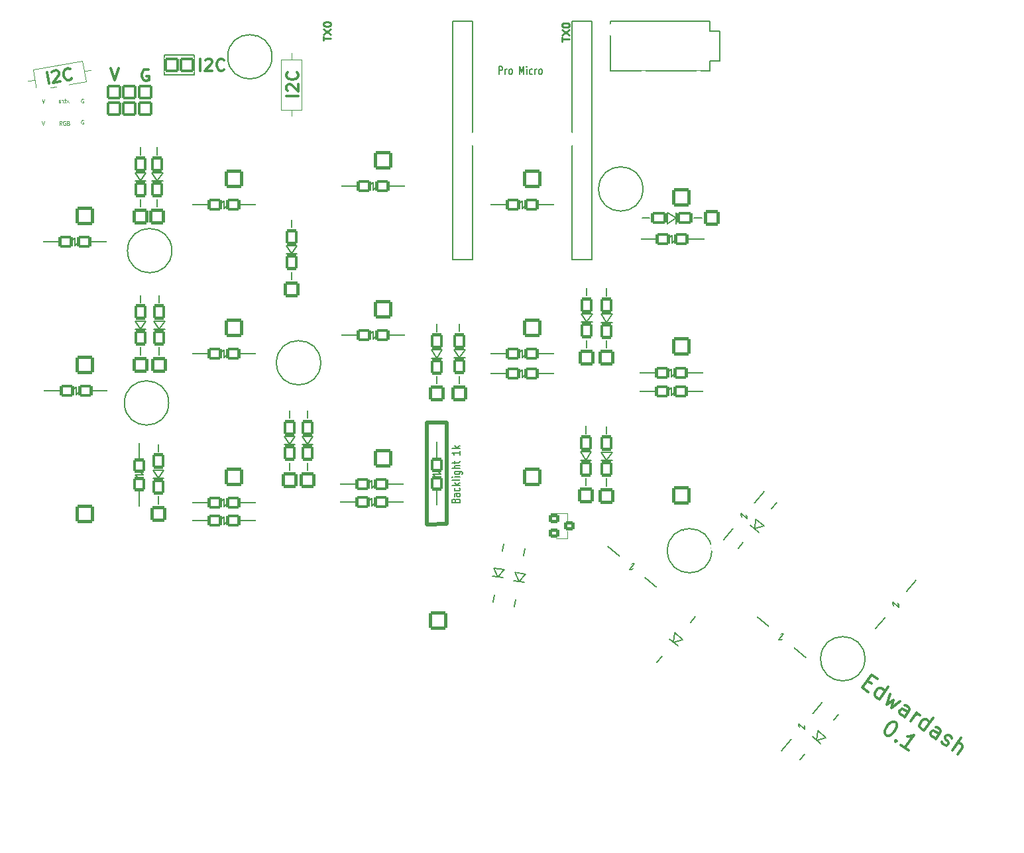
<source format=gto>
G04 #@! TF.GenerationSoftware,KiCad,Pcbnew,(6.0.7)*
G04 #@! TF.CreationDate,2023-08-06T12:32:10+01:00*
G04 #@! TF.ProjectId,ergodash,6572676f-6461-4736-982e-6b696361645f,0.1*
G04 #@! TF.SameCoordinates,Original*
G04 #@! TF.FileFunction,Legend,Top*
G04 #@! TF.FilePolarity,Positive*
%FSLAX46Y46*%
G04 Gerber Fmt 4.6, Leading zero omitted, Abs format (unit mm)*
G04 Created by KiCad (PCBNEW (6.0.7)) date 2023-08-06 12:32:10*
%MOMM*%
%LPD*%
G01*
G04 APERTURE LIST*
G04 Aperture macros list*
%AMRoundRect*
0 Rectangle with rounded corners*
0 $1 Rounding radius*
0 $2 $3 $4 $5 $6 $7 $8 $9 X,Y pos of 4 corners*
0 Add a 4 corners polygon primitive as box body*
4,1,4,$2,$3,$4,$5,$6,$7,$8,$9,$2,$3,0*
0 Add four circle primitives for the rounded corners*
1,1,$1+$1,$2,$3*
1,1,$1+$1,$4,$5*
1,1,$1+$1,$6,$7*
1,1,$1+$1,$8,$9*
0 Add four rect primitives between the rounded corners*
20,1,$1+$1,$2,$3,$4,$5,0*
20,1,$1+$1,$4,$5,$6,$7,0*
20,1,$1+$1,$6,$7,$8,$9,0*
20,1,$1+$1,$8,$9,$2,$3,0*%
%AMHorizOval*
0 Thick line with rounded ends*
0 $1 width*
0 $2 $3 position (X,Y) of the first rounded end (center of the circle)*
0 $4 $5 position (X,Y) of the second rounded end (center of the circle)*
0 Add line between two ends*
20,1,$1,$2,$3,$4,$5,0*
0 Add two circle primitives to create the rounded ends*
1,1,$1,$2,$3*
1,1,$1,$4,$5*%
%AMRotRect*
0 Rectangle, with rotation*
0 The origin of the aperture is its center*
0 $1 length*
0 $2 width*
0 $3 Rotation angle, in degrees counterclockwise*
0 Add horizontal line*
21,1,$1,$2,0,0,$3*%
G04 Aperture macros list end*
%ADD10C,0.500000*%
%ADD11C,0.200000*%
%ADD12C,0.300000*%
%ADD13C,0.125000*%
%ADD14C,0.250000*%
%ADD15C,0.150000*%
%ADD16C,0.120000*%
%ADD17R,1.905000X1.905000*%
%ADD18C,1.905000*%
%ADD19RotRect,1.905000X1.905000X350.000000*%
%ADD20C,1.524000*%
%ADD21C,1.900000*%
%ADD22C,1.700000*%
%ADD23C,4.000000*%
%ADD24HorizOval,2.400000X0.578509X0.689440X-0.578509X-0.689440X0*%
%ADD25O,2.300000X3.337000*%
%ADD26HorizOval,2.400000X0.578509X-0.689440X-0.578509X0.689440X0*%
%ADD27HorizOval,2.400000X0.845723X0.307818X-0.845723X-0.307818X0*%
%ADD28HorizOval,2.300000X-0.259250X-0.449034X0.259250X0.449034X0*%
%ADD29HorizOval,2.400000X0.156283X-0.886327X-0.156283X0.886327X0*%
%ADD30HorizOval,2.400000X0.689440X0.578509X-0.689440X-0.578509X0*%
%ADD31HorizOval,2.300000X-0.090037X-0.510623X0.090037X0.510623X0*%
%ADD32HorizOval,2.400000X0.450000X-0.779423X-0.450000X0.779423X0*%
%ADD33HorizOval,2.300000X-0.297399X-0.424730X0.297399X0.424730X0*%
%ADD34HorizOval,2.400000X0.869333X0.232937X-0.869333X-0.232937X0*%
%ADD35HorizOval,2.400000X0.078440X-0.896575X-0.078440X0.896575X0*%
%ADD36RotRect,1.905000X1.905000X330.000000*%
%ADD37RotRect,1.905000X1.905000X325.000000*%
%ADD38C,1.210000*%
%ADD39O,2.200000X1.300000*%
%ADD40C,2.000000*%
%ADD41HorizOval,2.000000X0.000000X0.000000X0.000000X0.000000X0*%
%ADD42O,2.000000X2.000000*%
%ADD43C,1.924000*%
%ADD44C,2.200000*%
%ADD45C,5.400000*%
%ADD46RoundRect,0.200000X-0.762000X-0.762000X0.762000X-0.762000X0.762000X0.762000X-0.762000X0.762000X0*%
%ADD47RoundRect,0.200000X0.700000X0.600000X-0.700000X0.600000X-0.700000X-0.600000X0.700000X-0.600000X0*%
%ADD48RoundRect,0.200000X-0.700000X-0.600000X0.700000X-0.600000X0.700000X0.600000X-0.700000X0.600000X0*%
%ADD49RoundRect,0.200000X-0.600000X0.700000X-0.600000X-0.700000X0.600000X-0.700000X0.600000X0.700000X0*%
%ADD50RoundRect,0.200000X0.921904X0.009675X-0.150559X0.909578X-0.921904X-0.009675X0.150559X-0.909578X0*%
%ADD51HorizOval,2.000000X0.000000X0.000000X0.000000X0.000000X0*%
%ADD52RoundRect,0.200000X-0.952500X-0.952500X0.952500X-0.952500X0.952500X0.952500X-0.952500X0.952500X0*%
%ADD53C,2.305000*%
%ADD54RoundRect,0.200000X-1.103429X-0.772629X0.772629X-1.103429X1.103429X0.772629X-0.772629X1.103429X0*%
%ADD55RoundRect,0.200000X0.098605X-1.127066X1.127066X0.098605X-0.098605X1.127066X-1.127066X-0.098605X0*%
%ADD56RoundRect,0.200000X-0.054603X-0.998508X0.973857X0.227163X0.054603X0.998508X-0.973857X-0.227163X0*%
%ADD57HorizOval,2.000000X0.000000X0.000000X0.000000X0.000000X0*%
%ADD58RoundRect,0.200000X-0.450000X-0.400000X0.450000X-0.400000X0.450000X0.400000X-0.450000X0.400000X0*%
%ADD59C,2.300000*%
%ADD60C,2.100000*%
%ADD61C,4.400000*%
%ADD62HorizOval,2.800000X0.578509X0.689440X-0.578509X-0.689440X0*%
%ADD63O,2.700000X3.737000*%
%ADD64HorizOval,2.800000X0.578509X-0.689440X-0.578509X0.689440X0*%
%ADD65HorizOval,2.800000X0.845723X0.307818X-0.845723X-0.307818X0*%
%ADD66HorizOval,2.700000X-0.259250X-0.449034X0.259250X0.449034X0*%
%ADD67HorizOval,2.800000X0.156283X-0.886327X-0.156283X0.886327X0*%
%ADD68HorizOval,2.800000X0.689440X0.578509X-0.689440X-0.578509X0*%
%ADD69HorizOval,2.700000X-0.090037X-0.510623X0.090037X0.510623X0*%
%ADD70HorizOval,2.800000X0.450000X-0.779423X-0.450000X0.779423X0*%
%ADD71HorizOval,2.700000X-0.297399X-0.424730X0.297399X0.424730X0*%
%ADD72HorizOval,2.800000X0.869333X0.232937X-0.869333X-0.232937X0*%
%ADD73HorizOval,2.800000X0.078440X-0.896575X-0.078440X0.896575X0*%
%ADD74RoundRect,0.200000X-1.301139X-0.348639X0.348639X-1.301139X1.301139X0.348639X-0.348639X1.301139X0*%
%ADD75RoundRect,0.200000X-1.326574X-0.233911X0.233911X-1.326574X1.326574X0.233911X-0.233911X1.326574X0*%
%ADD76RoundRect,0.200000X-0.009675X0.921904X-0.909578X-0.150559X0.009675X-0.921904X0.909578X0.150559X0*%
%ADD77HorizOval,2.000000X0.000000X0.000000X0.000000X0.000000X0*%
%ADD78RoundRect,0.200000X0.009675X-0.921904X0.909578X0.150559X-0.009675X0.921904X-0.909578X-0.150559X0*%
%ADD79RoundRect,0.200000X0.800000X-0.800000X0.800000X0.800000X-0.800000X0.800000X-0.800000X-0.800000X0*%
%ADD80RoundRect,0.200000X0.600000X-0.800000X0.600000X0.800000X-0.600000X0.800000X-0.600000X-0.800000X0*%
%ADD81RoundRect,0.200000X0.800000X0.600000X-0.800000X0.600000X-0.800000X-0.600000X0.800000X-0.600000X0*%
%ADD82RoundRect,0.200000X0.800000X0.800000X-0.800000X0.800000X-0.800000X-0.800000X0.800000X-0.800000X0*%
%ADD83RoundRect,0.200000X0.648928X-0.926765X0.926765X0.648928X-0.648928X0.926765X-0.926765X-0.648928X0*%
%ADD84RoundRect,0.200000X0.451966X-0.892035X0.729803X0.683657X-0.451966X0.892035X-0.729803X-0.683657X0*%
%ADD85HorizOval,2.000000X0.000000X0.000000X0.000000X0.000000X0*%
%ADD86C,1.610000*%
%ADD87O,2.600000X1.700000*%
%ADD88HorizOval,2.800000X-0.578509X0.689440X0.578509X-0.689440X0*%
%ADD89HorizOval,2.800000X-0.578509X-0.689440X0.578509X0.689440X0*%
G04 APERTURE END LIST*
D10*
X151003000Y-121412000D02*
X151003000Y-108458000D01*
X151003000Y-108458000D02*
X153543000Y-108458000D01*
X151003000Y-121539000D02*
X153543000Y-121412000D01*
X153543000Y-108458000D02*
X153543000Y-121412000D01*
D11*
X154684627Y-118456531D02*
X154732246Y-118342245D01*
X154779865Y-118304150D01*
X154875103Y-118266055D01*
X155017960Y-118266055D01*
X155113198Y-118304150D01*
X155160817Y-118342245D01*
X155208436Y-118418436D01*
X155208436Y-118723198D01*
X154208436Y-118723198D01*
X154208436Y-118456531D01*
X154256056Y-118380340D01*
X154303675Y-118342245D01*
X154398913Y-118304150D01*
X154494151Y-118304150D01*
X154589389Y-118342245D01*
X154637008Y-118380340D01*
X154684627Y-118456531D01*
X154684627Y-118723198D01*
X155208436Y-117580340D02*
X154684627Y-117580340D01*
X154589389Y-117618436D01*
X154541770Y-117694626D01*
X154541770Y-117847007D01*
X154589389Y-117923198D01*
X155160817Y-117580340D02*
X155208436Y-117656531D01*
X155208436Y-117847007D01*
X155160817Y-117923198D01*
X155065579Y-117961293D01*
X154970341Y-117961293D01*
X154875103Y-117923198D01*
X154827484Y-117847007D01*
X154827484Y-117656531D01*
X154779865Y-117580340D01*
X155160817Y-116856531D02*
X155208436Y-116932721D01*
X155208436Y-117085102D01*
X155160817Y-117161293D01*
X155113198Y-117199388D01*
X155017960Y-117237483D01*
X154732246Y-117237483D01*
X154637008Y-117199388D01*
X154589389Y-117161293D01*
X154541770Y-117085102D01*
X154541770Y-116932721D01*
X154589389Y-116856531D01*
X155208436Y-116513674D02*
X154208436Y-116513674D01*
X154827484Y-116437483D02*
X155208436Y-116208912D01*
X154541770Y-116208912D02*
X154922722Y-116513674D01*
X155208436Y-115751769D02*
X155160817Y-115827959D01*
X155065579Y-115866055D01*
X154208436Y-115866055D01*
X155208436Y-115447007D02*
X154541770Y-115447007D01*
X154208436Y-115447007D02*
X154256056Y-115485102D01*
X154303675Y-115447007D01*
X154256056Y-115408912D01*
X154208436Y-115447007D01*
X154303675Y-115447007D01*
X154541770Y-114723198D02*
X155351294Y-114723198D01*
X155446532Y-114761293D01*
X155494151Y-114799388D01*
X155541770Y-114875578D01*
X155541770Y-114989864D01*
X155494151Y-115066055D01*
X155160817Y-114723198D02*
X155208436Y-114799388D01*
X155208436Y-114951769D01*
X155160817Y-115027959D01*
X155113198Y-115066055D01*
X155017960Y-115104150D01*
X154732246Y-115104150D01*
X154637008Y-115066055D01*
X154589389Y-115027959D01*
X154541770Y-114951769D01*
X154541770Y-114799388D01*
X154589389Y-114723198D01*
X155208436Y-114342245D02*
X154208436Y-114342245D01*
X155208436Y-113999388D02*
X154684627Y-113999388D01*
X154589389Y-114037483D01*
X154541770Y-114113674D01*
X154541770Y-114227959D01*
X154589389Y-114304150D01*
X154637008Y-114342245D01*
X154541770Y-113732721D02*
X154541770Y-113427959D01*
X154208436Y-113618436D02*
X155065579Y-113618436D01*
X155160817Y-113580340D01*
X155208436Y-113504150D01*
X155208436Y-113427959D01*
X155208436Y-112132721D02*
X155208436Y-112589864D01*
X155208436Y-112361293D02*
X154208436Y-112361293D01*
X154351294Y-112437483D01*
X154446532Y-112513674D01*
X154494151Y-112589864D01*
X155208436Y-111789864D02*
X154208436Y-111789864D01*
X154827484Y-111713674D02*
X155208436Y-111485102D01*
X154541770Y-111485102D02*
X154922722Y-111789864D01*
D12*
X134568755Y-66722202D02*
X133068755Y-66722202D01*
X133211612Y-66079345D02*
X133140184Y-66007917D01*
X133068755Y-65865059D01*
X133068755Y-65507917D01*
X133140184Y-65365059D01*
X133211612Y-65293631D01*
X133354469Y-65222202D01*
X133497326Y-65222202D01*
X133711612Y-65293631D01*
X134568755Y-66150774D01*
X134568755Y-65222202D01*
X134425898Y-63722202D02*
X134497326Y-63793631D01*
X134568755Y-64007917D01*
X134568755Y-64150774D01*
X134497326Y-64365059D01*
X134354469Y-64507917D01*
X134211612Y-64579345D01*
X133925898Y-64650774D01*
X133711612Y-64650774D01*
X133425898Y-64579345D01*
X133283041Y-64507917D01*
X133140184Y-64365059D01*
X133068755Y-64150774D01*
X133068755Y-64007917D01*
X133140184Y-63793631D01*
X133211612Y-63722202D01*
X102718540Y-65152248D02*
X102458068Y-63675037D01*
X103115966Y-63704093D02*
X103173906Y-63621346D01*
X103302189Y-63526196D01*
X103653906Y-63464178D01*
X103806996Y-63509715D01*
X103889743Y-63567655D01*
X103984893Y-63695938D01*
X104009700Y-63836625D01*
X103976567Y-64060059D01*
X103281288Y-65053021D01*
X104195752Y-64891776D01*
X105648157Y-64490617D02*
X105590217Y-64573364D01*
X105391590Y-64680918D01*
X105250903Y-64705725D01*
X105027469Y-64672591D01*
X104861976Y-64556712D01*
X104766825Y-64428428D01*
X104646868Y-64159458D01*
X104609658Y-63948428D01*
X104630388Y-63654651D01*
X104675924Y-63501560D01*
X104791804Y-63336067D01*
X104990431Y-63228513D01*
X105131118Y-63203706D01*
X105354551Y-63236839D01*
X105437298Y-63294779D01*
D13*
X104345379Y-70448512D02*
X104178713Y-70210417D01*
X104059665Y-70448512D02*
X104059665Y-69948512D01*
X104250141Y-69948512D01*
X104297760Y-69972322D01*
X104321570Y-69996131D01*
X104345379Y-70043750D01*
X104345379Y-70115179D01*
X104321570Y-70162798D01*
X104297760Y-70186607D01*
X104250141Y-70210417D01*
X104059665Y-70210417D01*
X104821570Y-69972322D02*
X104773951Y-69948512D01*
X104702522Y-69948512D01*
X104631094Y-69972322D01*
X104583475Y-70019941D01*
X104559665Y-70067560D01*
X104535856Y-70162798D01*
X104535856Y-70234226D01*
X104559665Y-70329464D01*
X104583475Y-70377083D01*
X104631094Y-70424702D01*
X104702522Y-70448512D01*
X104750141Y-70448512D01*
X104821570Y-70424702D01*
X104845379Y-70400893D01*
X104845379Y-70234226D01*
X104750141Y-70234226D01*
X105226332Y-70186607D02*
X105297760Y-70210417D01*
X105321570Y-70234226D01*
X105345379Y-70281845D01*
X105345379Y-70353274D01*
X105321570Y-70400893D01*
X105297760Y-70424702D01*
X105250141Y-70448512D01*
X105059665Y-70448512D01*
X105059665Y-69948512D01*
X105226332Y-69948512D01*
X105273951Y-69972322D01*
X105297760Y-69996131D01*
X105321570Y-70043750D01*
X105321570Y-70091369D01*
X105297760Y-70138988D01*
X105273951Y-70162798D01*
X105226332Y-70186607D01*
X105059665Y-70186607D01*
X105246220Y-67585291D02*
X104984316Y-67251958D01*
X105246220Y-67251958D02*
X104984316Y-67585291D01*
X104865268Y-67251958D02*
X104674792Y-67251958D01*
X104793839Y-67085291D02*
X104793839Y-67513862D01*
X104770030Y-67561481D01*
X104722411Y-67585291D01*
X104674792Y-67585291D01*
X104508125Y-67585291D02*
X104508125Y-67251958D01*
X104508125Y-67347196D02*
X104484316Y-67299577D01*
X104460506Y-67275767D01*
X104412887Y-67251958D01*
X104365268Y-67251958D01*
X103984316Y-67585291D02*
X103984316Y-67323386D01*
X104008125Y-67275767D01*
X104055744Y-67251958D01*
X104150982Y-67251958D01*
X104198601Y-67275767D01*
X103984316Y-67561481D02*
X104031935Y-67585291D01*
X104150982Y-67585291D01*
X104198601Y-67561481D01*
X104222411Y-67513862D01*
X104222411Y-67466243D01*
X104198601Y-67418624D01*
X104150982Y-67394815D01*
X104031935Y-67394815D01*
X103984316Y-67371005D01*
D12*
X110593487Y-63187252D02*
X111093487Y-64687252D01*
X111593487Y-63187252D01*
D13*
X102192381Y-67134871D02*
X102025715Y-67634871D01*
X101859048Y-67134871D01*
D12*
X207241933Y-141496115D02*
X207788034Y-141878500D01*
X207421188Y-142900538D02*
X206641043Y-142354275D01*
X207788196Y-140715970D01*
X208568341Y-141262234D01*
X208825448Y-143883812D02*
X209972601Y-142245508D01*
X208880075Y-143805797D02*
X208669419Y-143774559D01*
X208357361Y-143556054D01*
X208255959Y-143368787D01*
X208232571Y-143236146D01*
X208263809Y-143025491D01*
X208591567Y-142557404D01*
X208778834Y-142456001D01*
X208911475Y-142432613D01*
X209122130Y-142463851D01*
X209434188Y-142682356D01*
X209535591Y-142869623D01*
X210214333Y-143228620D02*
X209761622Y-144539328D01*
X210619943Y-143977688D01*
X210385738Y-144976338D01*
X211462564Y-144102641D01*
X212024042Y-146123491D02*
X212624932Y-145265332D01*
X212656170Y-145054677D01*
X212554767Y-144867409D01*
X212242709Y-144648904D01*
X212032054Y-144617666D01*
X212078668Y-146045477D02*
X211868013Y-146014238D01*
X211477941Y-145741107D01*
X211376538Y-145553840D01*
X211407776Y-145343184D01*
X211517029Y-145187155D01*
X211704296Y-145085753D01*
X211914951Y-145116991D01*
X212305024Y-145390123D01*
X212515679Y-145421361D01*
X212804187Y-146669754D02*
X213568955Y-145577552D01*
X213350450Y-145889610D02*
X213537717Y-145788207D01*
X213670358Y-145764819D01*
X213881013Y-145796057D01*
X214037042Y-145905310D01*
X214520505Y-147871534D02*
X215667658Y-146233230D01*
X214575132Y-147793519D02*
X214364476Y-147762281D01*
X214052419Y-147543776D01*
X213951016Y-147356508D01*
X213927628Y-147223868D01*
X213958866Y-147013212D01*
X214286624Y-146545126D01*
X214473891Y-146443723D01*
X214606532Y-146420335D01*
X214817187Y-146451573D01*
X215129245Y-146670078D01*
X215230648Y-146857345D01*
X216002781Y-148909434D02*
X216603670Y-148051275D01*
X216634908Y-147840619D01*
X216533506Y-147653352D01*
X216221448Y-147434847D01*
X216010792Y-147403609D01*
X216057407Y-148831419D02*
X215846752Y-148800181D01*
X215456679Y-148527050D01*
X215355277Y-148339782D01*
X215386515Y-148129127D01*
X215495767Y-147973098D01*
X215683035Y-147871696D01*
X215893690Y-147902934D01*
X216283762Y-148176065D01*
X216494418Y-148207303D01*
X216759537Y-149323056D02*
X216860940Y-149510323D01*
X217172998Y-149728829D01*
X217383653Y-149760067D01*
X217570920Y-149658664D01*
X217625547Y-149580650D01*
X217656785Y-149369994D01*
X217555382Y-149182727D01*
X217321339Y-149018848D01*
X217219936Y-148831581D01*
X217251174Y-148620926D01*
X217305800Y-148542911D01*
X217493068Y-148441509D01*
X217703723Y-148472747D01*
X217937766Y-148636626D01*
X218039169Y-148823893D01*
X218109172Y-150384345D02*
X219256324Y-148746041D01*
X218811302Y-150875982D02*
X219412191Y-150017822D01*
X219443430Y-149807167D01*
X219342027Y-149619900D01*
X219107984Y-149456021D01*
X218897328Y-149424783D01*
X218764687Y-149448171D01*
X210778178Y-146740473D02*
X210934207Y-146849725D01*
X211035609Y-147036993D01*
X211058997Y-147169633D01*
X211027759Y-147380289D01*
X210887268Y-147746973D01*
X210614137Y-148137045D01*
X210317617Y-148394477D01*
X210130350Y-148495880D01*
X209997709Y-148519268D01*
X209787054Y-148488029D01*
X209631025Y-148378777D01*
X209529622Y-148191510D01*
X209506234Y-148058869D01*
X209537472Y-147848214D01*
X209677963Y-147481529D01*
X209951095Y-147091457D01*
X210247614Y-146834025D01*
X210434881Y-146732623D01*
X210567522Y-146709235D01*
X210778178Y-146740473D01*
X210988509Y-149096769D02*
X211011897Y-149229410D01*
X210879256Y-149252798D01*
X210855868Y-149120157D01*
X210988509Y-149096769D01*
X210879256Y-149252798D01*
X212517560Y-150399951D02*
X211581387Y-149744435D01*
X212049474Y-150072193D02*
X213196626Y-148433889D01*
X212876719Y-148558680D01*
X212611437Y-148605456D01*
X212400782Y-148574218D01*
D13*
X102179986Y-69948512D02*
X102013320Y-70448512D01*
X101846653Y-69948512D01*
D12*
X115445608Y-63386429D02*
X115302751Y-63315000D01*
X115088465Y-63315000D01*
X114874179Y-63386429D01*
X114731322Y-63529286D01*
X114659893Y-63672143D01*
X114588465Y-63957857D01*
X114588465Y-64172143D01*
X114659893Y-64457857D01*
X114731322Y-64600714D01*
X114874179Y-64743571D01*
X115088465Y-64815000D01*
X115231322Y-64815000D01*
X115445608Y-64743571D01*
X115517036Y-64672143D01*
X115517036Y-64172143D01*
X115231322Y-64172143D01*
D14*
X137755380Y-59658095D02*
X137755380Y-59086666D01*
X138755380Y-59372380D02*
X137755380Y-59372380D01*
X137755380Y-58848571D02*
X138755380Y-58181904D01*
X137755380Y-58181904D02*
X138755380Y-58848571D01*
X137755380Y-57610476D02*
X137755380Y-57515238D01*
X137803000Y-57420000D01*
X137850619Y-57372380D01*
X137945857Y-57324761D01*
X138136333Y-57277142D01*
X138374428Y-57277142D01*
X138564904Y-57324761D01*
X138660142Y-57372380D01*
X138707761Y-57420000D01*
X138755380Y-57515238D01*
X138755380Y-57610476D01*
X138707761Y-57705714D01*
X138660142Y-57753333D01*
X138564904Y-57800952D01*
X138374428Y-57848571D01*
X138136333Y-57848571D01*
X137945857Y-57800952D01*
X137850619Y-57753333D01*
X137803000Y-57705714D01*
X137755380Y-57610476D01*
D13*
X107136364Y-69835979D02*
X107088745Y-69812169D01*
X107017316Y-69812169D01*
X106945888Y-69835979D01*
X106898269Y-69883598D01*
X106874459Y-69931217D01*
X106850650Y-70026455D01*
X106850650Y-70097883D01*
X106874459Y-70193121D01*
X106898269Y-70240740D01*
X106945888Y-70288359D01*
X107017316Y-70312169D01*
X107064935Y-70312169D01*
X107136364Y-70288359D01*
X107160173Y-70264550D01*
X107160173Y-70097883D01*
X107064935Y-70097883D01*
D11*
X160224514Y-63952380D02*
X160224514Y-62952380D01*
X160529276Y-62952380D01*
X160605466Y-63000000D01*
X160643562Y-63047619D01*
X160681657Y-63142857D01*
X160681657Y-63285714D01*
X160643562Y-63380952D01*
X160605466Y-63428571D01*
X160529276Y-63476190D01*
X160224514Y-63476190D01*
X161024514Y-63952380D02*
X161024514Y-63285714D01*
X161024514Y-63476190D02*
X161062609Y-63380952D01*
X161100704Y-63333333D01*
X161176895Y-63285714D01*
X161253085Y-63285714D01*
X161634038Y-63952380D02*
X161557847Y-63904761D01*
X161519752Y-63857142D01*
X161481657Y-63761904D01*
X161481657Y-63476190D01*
X161519752Y-63380952D01*
X161557847Y-63333333D01*
X161634038Y-63285714D01*
X161748324Y-63285714D01*
X161824514Y-63333333D01*
X161862609Y-63380952D01*
X161900704Y-63476190D01*
X161900704Y-63761904D01*
X161862609Y-63857142D01*
X161824514Y-63904761D01*
X161748324Y-63952380D01*
X161634038Y-63952380D01*
X162853085Y-63952380D02*
X162853085Y-62952380D01*
X163119752Y-63666666D01*
X163386419Y-62952380D01*
X163386419Y-63952380D01*
X163767371Y-63952380D02*
X163767371Y-63285714D01*
X163767371Y-62952380D02*
X163729276Y-63000000D01*
X163767371Y-63047619D01*
X163805466Y-63000000D01*
X163767371Y-62952380D01*
X163767371Y-63047619D01*
X164491181Y-63904761D02*
X164414990Y-63952380D01*
X164262609Y-63952380D01*
X164186419Y-63904761D01*
X164148324Y-63857142D01*
X164110228Y-63761904D01*
X164110228Y-63476190D01*
X164148324Y-63380952D01*
X164186419Y-63333333D01*
X164262609Y-63285714D01*
X164414990Y-63285714D01*
X164491181Y-63333333D01*
X164834038Y-63952380D02*
X164834038Y-63285714D01*
X164834038Y-63476190D02*
X164872133Y-63380952D01*
X164910228Y-63333333D01*
X164986419Y-63285714D01*
X165062609Y-63285714D01*
X165443562Y-63952380D02*
X165367371Y-63904761D01*
X165329276Y-63857142D01*
X165291181Y-63761904D01*
X165291181Y-63476190D01*
X165329276Y-63380952D01*
X165367371Y-63333333D01*
X165443562Y-63285714D01*
X165557847Y-63285714D01*
X165634038Y-63333333D01*
X165672133Y-63380952D01*
X165710228Y-63476190D01*
X165710228Y-63761904D01*
X165672133Y-63857142D01*
X165634038Y-63904761D01*
X165557847Y-63952380D01*
X165443562Y-63952380D01*
D13*
X107136364Y-67121496D02*
X107088745Y-67097686D01*
X107017316Y-67097686D01*
X106945888Y-67121496D01*
X106898269Y-67169115D01*
X106874459Y-67216734D01*
X106850650Y-67311972D01*
X106850650Y-67383400D01*
X106874459Y-67478638D01*
X106898269Y-67526257D01*
X106945888Y-67573876D01*
X107017316Y-67597686D01*
X107064935Y-67597686D01*
X107136364Y-67573876D01*
X107160173Y-67550067D01*
X107160173Y-67383400D01*
X107064935Y-67383400D01*
D14*
X168235380Y-59785095D02*
X168235380Y-59213666D01*
X169235380Y-59499380D02*
X168235380Y-59499380D01*
X168235380Y-58975571D02*
X169235380Y-58308904D01*
X168235380Y-58308904D02*
X169235380Y-58975571D01*
X168235380Y-57737476D02*
X168235380Y-57642238D01*
X168283000Y-57547000D01*
X168330619Y-57499380D01*
X168425857Y-57451761D01*
X168616333Y-57404142D01*
X168854428Y-57404142D01*
X169044904Y-57451761D01*
X169140142Y-57499380D01*
X169187761Y-57547000D01*
X169235380Y-57642238D01*
X169235380Y-57737476D01*
X169187761Y-57832714D01*
X169140142Y-57880333D01*
X169044904Y-57927952D01*
X168854428Y-57975571D01*
X168616333Y-57975571D01*
X168425857Y-57927952D01*
X168330619Y-57880333D01*
X168283000Y-57832714D01*
X168235380Y-57737476D01*
D12*
X122090411Y-63483503D02*
X122090411Y-61983503D01*
X122733268Y-62126360D02*
X122804697Y-62054932D01*
X122947554Y-61983503D01*
X123304697Y-61983503D01*
X123447554Y-62054932D01*
X123518982Y-62126360D01*
X123590411Y-62269217D01*
X123590411Y-62412074D01*
X123518982Y-62626360D01*
X122661839Y-63483503D01*
X123590411Y-63483503D01*
X125090411Y-63340646D02*
X125018982Y-63412074D01*
X124804697Y-63483503D01*
X124661839Y-63483503D01*
X124447554Y-63412074D01*
X124304697Y-63269217D01*
X124233268Y-63126360D01*
X124161839Y-62840646D01*
X124161839Y-62626360D01*
X124233268Y-62340646D01*
X124304697Y-62197789D01*
X124447554Y-62054932D01*
X124661839Y-61983503D01*
X124804697Y-61983503D01*
X125018982Y-62054932D01*
X125090411Y-62126360D01*
D15*
X133858095Y-98290380D02*
X133858095Y-99099904D01*
X133905714Y-99195142D01*
X133953333Y-99242761D01*
X134048571Y-99290380D01*
X134239047Y-99290380D01*
X134334285Y-99242761D01*
X134381904Y-99195142D01*
X134429523Y-99099904D01*
X134429523Y-98290380D01*
X135429523Y-99290380D02*
X134858095Y-99290380D01*
X135143809Y-99290380D02*
X135143809Y-98290380D01*
X135048571Y-98433238D01*
X134953333Y-98528476D01*
X134858095Y-98576095D01*
X183805536Y-122320053D02*
X183805536Y-123129577D01*
X183853155Y-123224815D01*
X183900774Y-123272434D01*
X183996012Y-123320053D01*
X184186488Y-123320053D01*
X184281726Y-123272434D01*
X184329345Y-123224815D01*
X184376964Y-123129577D01*
X184376964Y-122320053D01*
X185281726Y-122653387D02*
X185281726Y-123320053D01*
X185043631Y-122272434D02*
X184805536Y-122986720D01*
X185424583Y-122986720D01*
X114836435Y-83958946D02*
X114836435Y-84768470D01*
X114884054Y-84863708D01*
X114931673Y-84911327D01*
X115026911Y-84958946D01*
X115217387Y-84958946D01*
X115312625Y-84911327D01*
X115360244Y-84863708D01*
X115407863Y-84768470D01*
X115407863Y-83958946D01*
X116360244Y-83958946D02*
X115884054Y-83958946D01*
X115836435Y-84435137D01*
X115884054Y-84387518D01*
X115979292Y-84339899D01*
X116217387Y-84339899D01*
X116312625Y-84387518D01*
X116360244Y-84435137D01*
X116407863Y-84530375D01*
X116407863Y-84768470D01*
X116360244Y-84863708D01*
X116312625Y-84911327D01*
X116217387Y-84958946D01*
X115979292Y-84958946D01*
X115884054Y-84911327D01*
X115836435Y-84863708D01*
X114445236Y-103428609D02*
X114445236Y-104238133D01*
X114492855Y-104333371D01*
X114540474Y-104380990D01*
X114635712Y-104428609D01*
X114826188Y-104428609D01*
X114921426Y-104380990D01*
X114969045Y-104333371D01*
X115016664Y-104238133D01*
X115016664Y-103428609D01*
X115397617Y-103428609D02*
X116064283Y-103428609D01*
X115635712Y-104428609D01*
X127635095Y-59174380D02*
X127635095Y-59983904D01*
X127682714Y-60079142D01*
X127730333Y-60126761D01*
X127825571Y-60174380D01*
X128016047Y-60174380D01*
X128111285Y-60126761D01*
X128158904Y-60079142D01*
X128206523Y-59983904D01*
X128206523Y-59174380D01*
X128730333Y-60174380D02*
X128920809Y-60174380D01*
X129016047Y-60126761D01*
X129063666Y-60079142D01*
X129158904Y-59936285D01*
X129206523Y-59745809D01*
X129206523Y-59364857D01*
X129158904Y-59269619D01*
X129111285Y-59222000D01*
X129016047Y-59174380D01*
X128825571Y-59174380D01*
X128730333Y-59222000D01*
X128682714Y-59269619D01*
X128635095Y-59364857D01*
X128635095Y-59602952D01*
X128682714Y-59698190D01*
X128730333Y-59745809D01*
X128825571Y-59793428D01*
X129016047Y-59793428D01*
X129111285Y-59745809D01*
X129158904Y-59698190D01*
X129206523Y-59602952D01*
X175016988Y-76072195D02*
X175016988Y-76881719D01*
X175064607Y-76976957D01*
X175112226Y-77024576D01*
X175207464Y-77072195D01*
X175397940Y-77072195D01*
X175493178Y-77024576D01*
X175540797Y-76976957D01*
X175588416Y-76881719D01*
X175588416Y-76072195D01*
X176112226Y-77072195D02*
X176302702Y-77072195D01*
X176397940Y-77024576D01*
X176445559Y-76976957D01*
X176540797Y-76834100D01*
X176588416Y-76643624D01*
X176588416Y-76262672D01*
X176540797Y-76167434D01*
X176493178Y-76119815D01*
X176397940Y-76072195D01*
X176207464Y-76072195D01*
X176112226Y-76119815D01*
X176064607Y-76167434D01*
X176016988Y-76262672D01*
X176016988Y-76500767D01*
X176064607Y-76596005D01*
X176112226Y-76643624D01*
X176207464Y-76691243D01*
X176397940Y-76691243D01*
X176493178Y-76643624D01*
X176540797Y-76596005D01*
X176588416Y-76500767D01*
X203378095Y-136132380D02*
X203378095Y-136941904D01*
X203425714Y-137037142D01*
X203473333Y-137084761D01*
X203568571Y-137132380D01*
X203759047Y-137132380D01*
X203854285Y-137084761D01*
X203901904Y-137037142D01*
X203949523Y-136941904D01*
X203949523Y-136132380D01*
X204854285Y-136465714D02*
X204854285Y-137132380D01*
X204616190Y-136084761D02*
X204378095Y-136799047D01*
X204997142Y-136799047D01*
D16*
X101129070Y-65957378D02*
X107451535Y-64842557D01*
X100674111Y-63377182D02*
X101129070Y-65957378D01*
X106996577Y-62262360D02*
X100674111Y-63377182D01*
X107451535Y-64842557D02*
X106996577Y-62262360D01*
X100025112Y-64821827D02*
X100901590Y-64667280D01*
X108100535Y-63397912D02*
X107224056Y-63552459D01*
X135041000Y-62068000D02*
X132421000Y-62068000D01*
X132421000Y-62068000D02*
X132421000Y-68488000D01*
X133731000Y-69378000D02*
X133731000Y-68488000D01*
X135041000Y-68488000D02*
X135041000Y-62068000D01*
X132421000Y-68488000D02*
X135041000Y-68488000D01*
X133731000Y-61178000D02*
X133731000Y-62068000D01*
D15*
X137448427Y-100838000D02*
G75*
G03*
X137448427Y-100838000I-2828427J0D01*
G01*
X187395868Y-124867673D02*
G75*
G03*
X187395868Y-124867673I-2828427J0D01*
G01*
X118426767Y-86506566D02*
G75*
G03*
X118426767Y-86506566I-2828427J0D01*
G01*
X118035568Y-105976229D02*
G75*
G03*
X118035568Y-105976229I-2828427J0D01*
G01*
X121285000Y-61468000D02*
X117475000Y-61468000D01*
X117475000Y-64008000D02*
X121285000Y-64008000D01*
X117475000Y-61468000D02*
X117475000Y-64008000D01*
X121285000Y-64008000D02*
X121285000Y-61468000D01*
X110225000Y-85344000D02*
X108125000Y-85344000D01*
X106025000Y-84844000D02*
X105525000Y-85344000D01*
X103925000Y-85344000D02*
X101925000Y-85344000D01*
X106525000Y-85344000D02*
X106025000Y-85844000D01*
X106025000Y-85844000D02*
X106025000Y-84844000D01*
X125075000Y-80145000D02*
X124575000Y-80645000D01*
X125575000Y-80645000D02*
X125075000Y-81145000D01*
X122975000Y-80645000D02*
X120975000Y-80645000D01*
X125075000Y-81145000D02*
X125075000Y-80145000D01*
X129275000Y-80645000D02*
X127175000Y-80645000D01*
X144625000Y-78232000D02*
X144125000Y-78732000D01*
X142025000Y-78232000D02*
X140025000Y-78232000D01*
X148325000Y-78232000D02*
X146225000Y-78232000D01*
X144125000Y-77732000D02*
X143625000Y-78232000D01*
X144125000Y-78732000D02*
X144125000Y-77732000D01*
X163675000Y-80645000D02*
X163175000Y-81145000D01*
X163175000Y-80145000D02*
X162675000Y-80645000D01*
X161075000Y-80645000D02*
X159075000Y-80645000D01*
X163175000Y-81145000D02*
X163175000Y-80145000D01*
X167375000Y-80645000D02*
X165275000Y-80645000D01*
X186558217Y-85027192D02*
X184458217Y-85027192D01*
X180258217Y-85027192D02*
X178258217Y-85027192D01*
X182858217Y-85027192D02*
X182358217Y-85527192D01*
X182358217Y-85527192D02*
X182358217Y-84527192D01*
X182358217Y-84527192D02*
X181858217Y-85027192D01*
X108292000Y-104394000D02*
X110292000Y-104394000D01*
X101992000Y-104394000D02*
X104092000Y-104394000D01*
X105692000Y-104394000D02*
X106192000Y-103894000D01*
X106192000Y-103894000D02*
X106192000Y-104894000D01*
X106192000Y-104894000D02*
X106692000Y-104394000D01*
X122975000Y-99695000D02*
X120975000Y-99695000D01*
X125075000Y-99195000D02*
X124575000Y-99695000D01*
X125075000Y-100195000D02*
X125075000Y-99195000D01*
X129275000Y-99695000D02*
X127175000Y-99695000D01*
X125575000Y-99695000D02*
X125075000Y-100195000D01*
X144125000Y-97782000D02*
X144125000Y-96782000D01*
X142025000Y-97282000D02*
X140025000Y-97282000D01*
X148325000Y-97282000D02*
X146225000Y-97282000D01*
X144125000Y-96782000D02*
X143625000Y-97282000D01*
X144625000Y-97282000D02*
X144125000Y-97782000D01*
X161075000Y-99695000D02*
X159075000Y-99695000D01*
X163175000Y-100195000D02*
X163175000Y-99195000D01*
X167375000Y-99695000D02*
X165275000Y-99695000D01*
X163175000Y-99195000D02*
X162675000Y-99695000D01*
X163675000Y-99695000D02*
X163175000Y-100195000D01*
X186425000Y-102108000D02*
X184325000Y-102108000D01*
X180125000Y-102108000D02*
X178125000Y-102108000D01*
X182225000Y-102608000D02*
X182225000Y-101608000D01*
X182225000Y-101608000D02*
X181725000Y-102108000D01*
X182725000Y-102108000D02*
X182225000Y-102608000D01*
X114230584Y-117268374D02*
X114230584Y-119268374D01*
X113730584Y-115168374D02*
X114230584Y-115668374D01*
X114230584Y-114668374D02*
X114730584Y-115168374D01*
X114230584Y-110968374D02*
X114230584Y-113068374D01*
X114730584Y-115168374D02*
X113730584Y-115168374D01*
X122975000Y-118745000D02*
X120975000Y-118745000D01*
X125575000Y-118745000D02*
X125075000Y-119245000D01*
X129275000Y-118745000D02*
X127175000Y-118745000D01*
X125075000Y-119245000D02*
X125075000Y-118245000D01*
X125075000Y-118245000D02*
X124575000Y-118745000D01*
X182725000Y-104521000D02*
X182225000Y-105021000D01*
X182225000Y-105021000D02*
X182225000Y-104021000D01*
X180125000Y-104521000D02*
X178125000Y-104521000D01*
X186425000Y-104521000D02*
X184325000Y-104521000D01*
X182225000Y-104021000D02*
X181725000Y-104521000D01*
X176899353Y-127291677D02*
X177542140Y-126525633D01*
X177603769Y-127230049D02*
X176899353Y-127291677D01*
X177542140Y-126525633D02*
X176837724Y-126587261D01*
X180438133Y-129608363D02*
X178829440Y-128258509D01*
X175612053Y-125558801D02*
X174079964Y-124273226D01*
X125575000Y-121031000D02*
X125075000Y-121531000D01*
X125075000Y-120531000D02*
X124575000Y-121031000D01*
X122975000Y-121031000D02*
X120975000Y-121031000D01*
X125075000Y-121531000D02*
X125075000Y-120531000D01*
X129275000Y-121031000D02*
X127175000Y-121031000D01*
X141898000Y-118618000D02*
X139898000Y-118618000D01*
X148198000Y-118618000D02*
X146098000Y-118618000D01*
X143998000Y-118118000D02*
X143498000Y-118618000D01*
X143998000Y-119118000D02*
X143998000Y-118118000D01*
X144498000Y-118618000D02*
X143998000Y-119118000D01*
X131225427Y-61722000D02*
G75*
G03*
X131225427Y-61722000I-2828427J0D01*
G01*
X201997625Y-148746929D02*
X200792895Y-149093664D01*
X198678123Y-151613951D02*
X199301627Y-150870887D01*
X200925163Y-147847027D02*
X201997625Y-148746929D01*
X200792895Y-149093664D02*
X200925163Y-147847027D01*
X201329126Y-149543616D02*
X200256663Y-148643713D01*
X202952661Y-146519755D02*
X203576165Y-145776692D01*
D16*
X168982000Y-120100000D02*
X166822000Y-120100000D01*
X168982000Y-123260000D02*
X168982000Y-122330000D01*
X168982000Y-120100000D02*
X168982000Y-121030000D01*
X168982000Y-123260000D02*
X167522000Y-123260000D01*
D15*
X191123802Y-120089572D02*
X191185430Y-120793988D01*
X190156970Y-122019659D02*
X188871395Y-123551748D01*
X194206532Y-117193579D02*
X192856678Y-118802272D01*
X191828218Y-120027943D02*
X191889846Y-120732359D01*
X191889846Y-120732359D02*
X191123802Y-120089572D01*
X213611053Y-128543360D02*
X212261199Y-130152053D01*
X210528323Y-131439353D02*
X210589951Y-132143769D01*
X211294367Y-132082140D02*
X210528323Y-131439353D01*
X209561491Y-133369440D02*
X208275916Y-134901529D01*
X211232739Y-131377724D02*
X211294367Y-132082140D01*
X196659797Y-136230049D02*
X195955381Y-136291677D01*
X195955381Y-136291677D02*
X196598168Y-135525633D01*
X194668081Y-134558801D02*
X193135992Y-133273226D01*
X199494161Y-138608363D02*
X197885468Y-137258509D01*
X196598168Y-135525633D02*
X195893752Y-135587261D01*
X199288825Y-147677437D02*
X199227197Y-146973021D01*
X200255657Y-145747350D02*
X201541232Y-144215261D01*
X198522781Y-147034650D02*
X199288825Y-147677437D01*
X196206095Y-150573430D02*
X197555949Y-148964737D01*
X198584409Y-147739066D02*
X198522781Y-147034650D01*
X115127000Y-77609000D02*
X113727000Y-77609000D01*
X114427000Y-80899000D02*
X114427000Y-79929000D01*
X114427000Y-74249000D02*
X114427000Y-73279000D01*
X113727000Y-76569000D02*
X115127000Y-76569000D01*
X114427000Y-77609000D02*
X113727000Y-76569000D01*
X115127000Y-76569000D02*
X114427000Y-77609000D01*
X114427000Y-99822000D02*
X114427000Y-98852000D01*
X115127000Y-95492000D02*
X114427000Y-96532000D01*
X114427000Y-93172000D02*
X114427000Y-92202000D01*
X113727000Y-95492000D02*
X115127000Y-95492000D01*
X114427000Y-96532000D02*
X113727000Y-95492000D01*
X115127000Y-96532000D02*
X113727000Y-96532000D01*
X116713000Y-112222000D02*
X116713000Y-111252000D01*
X117413000Y-115582000D02*
X116013000Y-115582000D01*
X117413000Y-114542000D02*
X116713000Y-115582000D01*
X116713000Y-115582000D02*
X116013000Y-114542000D01*
X116013000Y-114542000D02*
X117413000Y-114542000D01*
X116713000Y-118872000D02*
X116713000Y-117902000D01*
X116586000Y-77609000D02*
X115886000Y-76569000D01*
X116586000Y-80899000D02*
X116586000Y-79929000D01*
X117286000Y-77609000D02*
X115886000Y-77609000D01*
X117286000Y-76569000D02*
X116586000Y-77609000D01*
X115886000Y-76569000D02*
X117286000Y-76569000D01*
X116586000Y-74249000D02*
X116586000Y-73279000D01*
X154494000Y-99154000D02*
X155894000Y-99154000D01*
X155194000Y-96834000D02*
X155194000Y-95864000D01*
X155894000Y-100194000D02*
X154494000Y-100194000D01*
X155894000Y-99154000D02*
X155194000Y-100194000D01*
X155194000Y-103484000D02*
X155194000Y-102514000D01*
X155194000Y-100194000D02*
X154494000Y-99154000D01*
X171450000Y-92262000D02*
X171450000Y-91292000D01*
X171450000Y-95622000D02*
X170750000Y-94582000D01*
X172150000Y-95622000D02*
X170750000Y-95622000D01*
X171450000Y-98912000D02*
X171450000Y-97942000D01*
X170750000Y-94582000D02*
X172150000Y-94582000D01*
X172150000Y-94582000D02*
X171450000Y-95622000D01*
X172023000Y-112235000D02*
X171323000Y-113275000D01*
X172023000Y-113275000D02*
X170623000Y-113275000D01*
X171323000Y-116565000D02*
X171323000Y-115595000D01*
X171323000Y-113275000D02*
X170623000Y-112235000D01*
X170623000Y-112235000D02*
X172023000Y-112235000D01*
X171323000Y-109915000D02*
X171323000Y-108945000D01*
X181778155Y-81643258D02*
X182818155Y-82343258D01*
X182818155Y-81643258D02*
X182818155Y-83043258D01*
X186108155Y-82343258D02*
X185138155Y-82343258D01*
X179458155Y-82343258D02*
X178488155Y-82343258D01*
X181778155Y-83043258D02*
X181778155Y-81643258D01*
X182818155Y-82343258D02*
X181778155Y-83043258D01*
X173990000Y-116586000D02*
X173990000Y-115616000D01*
X173990000Y-113296000D02*
X173290000Y-112256000D01*
X174690000Y-113296000D02*
X173290000Y-113296000D01*
X173290000Y-112256000D02*
X174690000Y-112256000D01*
X174690000Y-112256000D02*
X173990000Y-113296000D01*
X173990000Y-109936000D02*
X173990000Y-108966000D01*
X193437629Y-122508653D02*
X192365166Y-121608750D01*
X194106128Y-121711966D02*
X192901398Y-122058701D01*
X190786626Y-124578988D02*
X191410130Y-123835924D01*
X193033666Y-120812064D02*
X194106128Y-121711966D01*
X192901398Y-122058701D02*
X193033666Y-120812064D01*
X195061164Y-119484792D02*
X195684668Y-118741729D01*
X159474928Y-131451814D02*
X159643367Y-130496551D01*
X160735596Y-128333350D02*
X159356865Y-128090243D01*
X160629689Y-124902843D02*
X160798127Y-123947579D01*
X159537459Y-127066043D02*
X160916190Y-127309150D01*
X160916190Y-127309150D02*
X160046231Y-128211797D01*
X160046231Y-128211797D02*
X159537459Y-127066043D01*
X162195354Y-132037354D02*
X162363793Y-131082091D01*
X163456022Y-128918890D02*
X162077291Y-128675783D01*
X163636616Y-127894690D02*
X162766657Y-128797337D01*
X162257885Y-127651583D02*
X163636616Y-127894690D01*
X162766657Y-128797337D02*
X162257885Y-127651583D01*
X163350115Y-125488383D02*
X163518553Y-124533119D01*
X184680878Y-134029658D02*
X185304382Y-133286595D01*
X180406340Y-139123854D02*
X181029844Y-138380790D01*
X182521112Y-136603567D02*
X182653380Y-135356930D01*
X183725842Y-136256832D02*
X182521112Y-136603567D01*
X183057343Y-137053519D02*
X181984880Y-136153616D01*
X182653380Y-135356930D02*
X183725842Y-136256832D01*
X159015000Y-102235000D02*
X161115000Y-102235000D01*
X162715000Y-102235000D02*
X163215000Y-101735000D01*
X163215000Y-101735000D02*
X163215000Y-102735000D01*
X165315000Y-102235000D02*
X167315000Y-102235000D01*
X163215000Y-102735000D02*
X163715000Y-102235000D01*
X152773000Y-115061000D02*
X151773000Y-115061000D01*
X152273000Y-114561000D02*
X152773000Y-115061000D01*
X152273000Y-117161000D02*
X152273000Y-119161000D01*
X151773000Y-115061000D02*
X152273000Y-115561000D01*
X152273000Y-110861000D02*
X152273000Y-112961000D01*
X152973000Y-100236000D02*
X151573000Y-100236000D01*
X152273000Y-100236000D02*
X151573000Y-99196000D01*
X151573000Y-99196000D02*
X152973000Y-99196000D01*
X152273000Y-103526000D02*
X152273000Y-102556000D01*
X152273000Y-96876000D02*
X152273000Y-95906000D01*
X152973000Y-99196000D02*
X152273000Y-100236000D01*
X135063000Y-110245000D02*
X136463000Y-110245000D01*
X136463000Y-110245000D02*
X135763000Y-111285000D01*
X136463000Y-111285000D02*
X135063000Y-111285000D01*
X135763000Y-114575000D02*
X135763000Y-113605000D01*
X135763000Y-107925000D02*
X135763000Y-106955000D01*
X135763000Y-111285000D02*
X135063000Y-110245000D01*
X174690000Y-94624000D02*
X173990000Y-95664000D01*
X173990000Y-92304000D02*
X173990000Y-91334000D01*
X174690000Y-95664000D02*
X173290000Y-95664000D01*
X173990000Y-98954000D02*
X173990000Y-97984000D01*
X173990000Y-95664000D02*
X173290000Y-94624000D01*
X173290000Y-94624000D02*
X174690000Y-94624000D01*
X188452981Y-62266219D02*
X188452981Y-58456219D01*
X174482981Y-57186219D02*
X174482981Y-63536219D01*
X187182981Y-63536219D02*
X187182981Y-62266219D01*
X188452981Y-58456219D02*
X187182981Y-58456219D01*
X187182981Y-62266219D02*
X188452981Y-62266219D01*
X174482981Y-63536219D02*
X187182981Y-63536219D01*
X187182981Y-57186219D02*
X174482981Y-57186219D01*
X187182981Y-58456219D02*
X187182981Y-57186219D01*
X132777000Y-110245000D02*
X134177000Y-110245000D01*
X134177000Y-110245000D02*
X133477000Y-111285000D01*
X134177000Y-111285000D02*
X132777000Y-111285000D01*
X133477000Y-111285000D02*
X132777000Y-110245000D01*
X133477000Y-107925000D02*
X133477000Y-106955000D01*
X133477000Y-114575000D02*
X133477000Y-113605000D01*
X133031000Y-85861000D02*
X134431000Y-85861000D01*
X133731000Y-90191000D02*
X133731000Y-89221000D01*
X133731000Y-86901000D02*
X133031000Y-85861000D01*
X133731000Y-83541000D02*
X133731000Y-82571000D01*
X134431000Y-86901000D02*
X133031000Y-86901000D01*
X134431000Y-85861000D02*
X133731000Y-86901000D01*
X116840000Y-93172000D02*
X116840000Y-92202000D01*
X116840000Y-96532000D02*
X116140000Y-95492000D01*
X117540000Y-96532000D02*
X116140000Y-96532000D01*
X117540000Y-95492000D02*
X116840000Y-96532000D01*
X116140000Y-95492000D02*
X117540000Y-95492000D01*
X116840000Y-99822000D02*
X116840000Y-98852000D01*
X141898000Y-116332000D02*
X139898000Y-116332000D01*
X143998000Y-116832000D02*
X143998000Y-115832000D01*
X143998000Y-115832000D02*
X143498000Y-116332000D01*
X144498000Y-116332000D02*
X143998000Y-116832000D01*
X148198000Y-116332000D02*
X146098000Y-116332000D01*
X178607320Y-78619815D02*
G75*
G03*
X178607320Y-78619815I-2828427J0D01*
G01*
X206968427Y-138680000D02*
G75*
G03*
X206968427Y-138680000I-2828427J0D01*
G01*
X172085000Y-87630000D02*
X172085000Y-57150000D01*
X169545000Y-87630000D02*
X172085000Y-87630000D01*
X156845000Y-87630000D02*
X156845000Y-57150000D01*
X169545000Y-57150000D02*
X169545000Y-87630000D01*
X172085000Y-57150000D02*
X169545000Y-57150000D01*
X154305000Y-87630000D02*
X156845000Y-87630000D01*
X156845000Y-57150000D02*
X154305000Y-57150000D01*
X154305000Y-57150000D02*
X154305000Y-87630000D01*
D17*
X107315000Y-82105500D03*
D18*
X104775000Y-82105500D03*
D17*
X126365000Y-77343000D03*
D18*
X123825000Y-77343000D03*
D17*
X145415000Y-74961750D03*
D18*
X142875000Y-74961750D03*
D17*
X164465000Y-77343000D03*
D18*
X161925000Y-77343000D03*
D17*
X183515000Y-79724250D03*
D18*
X180975000Y-79724250D03*
D17*
X107315000Y-101155500D03*
D18*
X104775000Y-101155500D03*
D17*
X126365000Y-96393000D03*
D18*
X123825000Y-96393000D03*
D17*
X145415000Y-94011750D03*
D18*
X142875000Y-94011750D03*
D17*
X164465000Y-96393000D03*
D18*
X161925000Y-96393000D03*
D17*
X183515000Y-98774250D03*
D18*
X180975000Y-98774250D03*
D17*
X107315000Y-120205500D03*
D18*
X104775000Y-120205500D03*
D17*
X126365000Y-115443000D03*
D18*
X123825000Y-115443000D03*
D17*
X145415000Y-113061750D03*
D18*
X142875000Y-113061750D03*
D17*
X164465000Y-115443000D03*
D18*
X161925000Y-115443000D03*
D17*
X183515000Y-117824250D03*
D18*
X180975000Y-117824250D03*
D19*
X171470180Y-138903357D03*
D18*
X168968768Y-138462290D03*
D20*
X136525000Y-58420000D03*
X136525000Y-60960000D03*
X136525000Y-63500000D03*
X136525000Y-66040000D03*
X136525000Y-68580000D03*
X136525000Y-71120000D03*
X136525000Y-73660000D03*
X136525000Y-76200000D03*
X136525000Y-78740000D03*
X136525000Y-81280000D03*
X136525000Y-83820000D03*
X136525000Y-86360000D03*
X151765000Y-86360000D03*
X151765000Y-83820000D03*
X151765000Y-81280000D03*
X151765000Y-78740000D03*
X151765000Y-76200000D03*
X151765000Y-73660000D03*
X151765000Y-71120000D03*
X151765000Y-68580000D03*
X151765000Y-66040000D03*
X151765000Y-63500000D03*
X151765000Y-60960000D03*
X151765000Y-58420000D03*
D17*
X152410000Y-133760000D03*
D18*
X149870000Y-133760000D03*
D21*
X100545000Y-77025500D03*
D22*
X100965000Y-77025500D03*
D23*
X106045000Y-77025500D03*
D22*
X111125000Y-77025500D03*
D21*
X111545000Y-77025500D03*
D24*
X102684951Y-73949269D03*
D25*
X103525000Y-72525500D03*
X108565000Y-72525500D03*
D26*
X109405049Y-73949269D03*
D21*
X100545000Y-96075500D03*
D22*
X111125000Y-96075500D03*
D21*
X111545000Y-96075500D03*
D22*
X100965000Y-96075500D03*
D23*
X106045000Y-96075500D03*
D25*
X103525000Y-91575500D03*
D24*
X102684951Y-92999269D03*
D25*
X108565000Y-91575500D03*
D26*
X109405049Y-92999269D03*
D22*
X100965000Y-115125500D03*
D21*
X100545000Y-115125500D03*
X111545000Y-115125500D03*
D22*
X111125000Y-115125500D03*
D23*
X106045000Y-115125500D03*
D25*
X103525000Y-110625500D03*
D24*
X102684951Y-112049269D03*
D25*
X108565000Y-110625500D03*
D26*
X109405049Y-112049269D03*
D21*
X130595000Y-91313000D03*
D23*
X125095000Y-91313000D03*
D22*
X120015000Y-91313000D03*
D21*
X119595000Y-91313000D03*
D22*
X130175000Y-91313000D03*
D25*
X122575000Y-86813000D03*
D24*
X121734951Y-88236769D03*
D25*
X127615000Y-86813000D03*
D26*
X128455049Y-88236769D03*
D23*
X125095000Y-110363000D03*
D22*
X130175000Y-110363000D03*
X120015000Y-110363000D03*
D21*
X119595000Y-110363000D03*
X130595000Y-110363000D03*
D25*
X122575000Y-105863000D03*
D24*
X121734951Y-107286769D03*
D26*
X128455049Y-107286769D03*
D25*
X127615000Y-105863000D03*
D21*
X149645000Y-69881750D03*
D22*
X139065000Y-69881750D03*
D21*
X138645000Y-69881750D03*
D22*
X149225000Y-69881750D03*
D23*
X144145000Y-69881750D03*
D25*
X141625000Y-65381750D03*
D24*
X140784951Y-66805519D03*
D25*
X146665000Y-65381750D03*
D26*
X147505049Y-66805519D03*
D22*
X149225000Y-88931750D03*
X139065000Y-88931750D03*
D21*
X138645000Y-88931750D03*
X149645000Y-88931750D03*
D23*
X144145000Y-88931750D03*
D25*
X141625000Y-84431750D03*
D24*
X140784951Y-85855519D03*
D26*
X147505049Y-85855519D03*
D25*
X146665000Y-84431750D03*
D21*
X149645000Y-107981750D03*
D23*
X144145000Y-107981750D03*
D22*
X149225000Y-107981750D03*
X139065000Y-107981750D03*
D21*
X138645000Y-107981750D03*
D24*
X140784951Y-104905519D03*
D25*
X141625000Y-103481750D03*
D26*
X147505049Y-104905519D03*
D25*
X146665000Y-103481750D03*
D22*
X168275000Y-72263000D03*
D21*
X168695000Y-72263000D03*
D22*
X158115000Y-72263000D03*
D23*
X163195000Y-72263000D03*
D21*
X157695000Y-72263000D03*
D24*
X159834951Y-69186769D03*
D25*
X160675000Y-67763000D03*
X165715000Y-67763000D03*
D26*
X166555049Y-69186769D03*
D21*
X168695000Y-91313000D03*
X157695000Y-91313000D03*
D22*
X158115000Y-91313000D03*
X168275000Y-91313000D03*
D23*
X163195000Y-91313000D03*
D25*
X160675000Y-86813000D03*
D24*
X159834951Y-88236769D03*
D25*
X165715000Y-86813000D03*
D26*
X166555049Y-88236769D03*
D23*
X163195000Y-110363000D03*
D22*
X158115000Y-110363000D03*
X168275000Y-110363000D03*
D21*
X168695000Y-110363000D03*
X157695000Y-110363000D03*
D25*
X160675000Y-105863000D03*
D24*
X159834951Y-107286769D03*
D26*
X166555049Y-107286769D03*
D25*
X165715000Y-105863000D03*
D22*
X204573818Y-129742300D03*
X195775000Y-124662300D03*
D21*
X204937549Y-129952300D03*
D23*
X200174409Y-127202300D03*
D21*
X195411269Y-124452300D03*
D27*
X198802637Y-122858181D03*
D28*
X200242025Y-122045186D03*
D29*
X204622412Y-126218230D03*
D28*
X204606793Y-124565186D03*
D22*
X176104430Y-134562133D03*
X166098784Y-132797867D03*
D23*
X171101607Y-133680000D03*
D21*
X165685164Y-132724935D03*
X176518050Y-134635065D03*
D30*
X168326787Y-130067038D03*
D31*
X169401308Y-128810772D03*
D32*
X174944791Y-131233969D03*
D31*
X174364739Y-129685959D03*
D22*
X195048818Y-146240300D03*
D21*
X195412549Y-146450300D03*
X185886269Y-140950300D03*
D22*
X186250000Y-141160300D03*
D23*
X190649409Y-143700300D03*
D28*
X190717025Y-138543186D03*
D27*
X189277637Y-139356181D03*
D28*
X195081793Y-141063186D03*
D29*
X195097412Y-142716230D03*
D23*
X151140000Y-128680000D03*
D22*
X156220000Y-128680000D03*
D21*
X145640000Y-128680000D03*
X156640000Y-128680000D03*
D22*
X146060000Y-128680000D03*
D24*
X147779951Y-125603769D03*
D25*
X148620000Y-124180000D03*
X153660000Y-124180000D03*
D26*
X154500049Y-125603769D03*
D21*
X213561314Y-135920268D03*
D22*
X222227942Y-141988706D03*
D21*
X222571986Y-142229608D03*
D22*
X213905358Y-136161170D03*
D23*
X218066650Y-139074938D03*
D33*
X218583481Y-133943341D03*
D34*
X217078713Y-134627793D03*
D35*
X222583495Y-138482281D03*
D33*
X222712007Y-136834166D03*
D22*
X202978708Y-151766232D03*
D21*
X202634664Y-151525330D03*
X211645336Y-157834670D03*
D23*
X207140000Y-154680000D03*
D22*
X211301292Y-157593768D03*
D34*
X206152063Y-150232855D03*
D33*
X207656831Y-149548403D03*
D35*
X211656845Y-154087343D03*
D33*
X211785357Y-152439228D03*
D36*
X198734261Y-132236709D03*
D18*
X196534557Y-130966709D03*
D37*
X216193205Y-143964672D03*
D18*
X214112559Y-142507788D03*
D36*
X189209261Y-148734709D03*
D18*
X187009557Y-147464709D03*
D37*
X205266555Y-159569734D03*
D18*
X203185909Y-158112850D03*
D38*
X185682981Y-60266219D03*
X178682981Y-60266219D03*
X185682981Y-64266219D03*
X178682981Y-64266219D03*
D39*
X176882981Y-62266219D03*
X183882981Y-62266219D03*
X180882981Y-62266219D03*
X175382981Y-58266219D03*
X175382981Y-66266219D03*
%LPC*%
D40*
X99060000Y-64992002D03*
D41*
X109065647Y-63227737D03*
D40*
X133731000Y-60198000D03*
D42*
X133731000Y-70358000D03*
D43*
X160314000Y-58674000D03*
X165314000Y-58674000D03*
D44*
X159314000Y-61174000D03*
X166314000Y-61174000D03*
D45*
X134620000Y-100838000D03*
X184567441Y-124867673D03*
X115598340Y-86506566D03*
X115207141Y-105976229D03*
D46*
X118380000Y-62738000D03*
X120380000Y-62738000D03*
D43*
X102070829Y-68676946D03*
X104570829Y-68676946D03*
X107070829Y-68676946D03*
D47*
X107225000Y-85344000D03*
D40*
X111125000Y-85344000D03*
D47*
X104825000Y-85344000D03*
D42*
X100965000Y-85344000D03*
D47*
X126275000Y-80645000D03*
D40*
X130175000Y-80645000D03*
D42*
X120015000Y-80645000D03*
D47*
X123875000Y-80645000D03*
X145325000Y-78232000D03*
D40*
X149225000Y-78232000D03*
D42*
X139065000Y-78232000D03*
D47*
X142925000Y-78232000D03*
X164375000Y-80645000D03*
D40*
X168275000Y-80645000D03*
D47*
X161975000Y-80645000D03*
D42*
X158115000Y-80645000D03*
D47*
X183558217Y-85027192D03*
D40*
X187458217Y-85027192D03*
D47*
X181158217Y-85027192D03*
D42*
X177298217Y-85027192D03*
D40*
X101092000Y-104394000D03*
D48*
X104992000Y-104394000D03*
D42*
X111252000Y-104394000D03*
D48*
X107392000Y-104394000D03*
D40*
X130175000Y-99695000D03*
D47*
X126275000Y-99695000D03*
D42*
X120015000Y-99695000D03*
D47*
X123875000Y-99695000D03*
D40*
X149225000Y-97282000D03*
D47*
X145325000Y-97282000D03*
X142925000Y-97282000D03*
D42*
X139065000Y-97282000D03*
D47*
X164375000Y-99695000D03*
D40*
X168275000Y-99695000D03*
D47*
X161975000Y-99695000D03*
D42*
X158115000Y-99695000D03*
D47*
X183425000Y-102108000D03*
D40*
X187325000Y-102108000D03*
D42*
X177165000Y-102108000D03*
D47*
X181025000Y-102108000D03*
D49*
X114230584Y-113968374D03*
D40*
X114230584Y-110068374D03*
D42*
X114230584Y-120228374D03*
D49*
X114230584Y-116368374D03*
D40*
X130175000Y-118745000D03*
D47*
X126275000Y-118745000D03*
X123875000Y-118745000D03*
D42*
X120015000Y-118745000D03*
D47*
X183425000Y-104521000D03*
D40*
X187325000Y-104521000D03*
D47*
X181025000Y-104521000D03*
D42*
X177165000Y-104521000D03*
D50*
X178140000Y-127680000D03*
D40*
X181127573Y-130186872D03*
D51*
X173344561Y-123656150D03*
D50*
X176301493Y-126137310D03*
D47*
X126275000Y-121031000D03*
D40*
X130175000Y-121031000D03*
D42*
X120015000Y-121031000D03*
D47*
X123875000Y-121031000D03*
X145198000Y-118618000D03*
D40*
X149098000Y-118618000D03*
D42*
X138938000Y-118618000D03*
D47*
X142798000Y-118618000D03*
D45*
X128397000Y-61722000D03*
D52*
X107315000Y-82105500D03*
D53*
X104775000Y-82105500D03*
D52*
X126365000Y-77343000D03*
D53*
X123825000Y-77343000D03*
D52*
X145415000Y-74961750D03*
D53*
X142875000Y-74961750D03*
D52*
X164465000Y-77343000D03*
D53*
X161925000Y-77343000D03*
D52*
X183515000Y-79724250D03*
D53*
X180975000Y-79724250D03*
D52*
X107315000Y-101155500D03*
D53*
X104775000Y-101155500D03*
D52*
X126365000Y-96393000D03*
D53*
X123825000Y-96393000D03*
D52*
X145415000Y-94011750D03*
D53*
X142875000Y-94011750D03*
D52*
X164465000Y-96393000D03*
D53*
X161925000Y-96393000D03*
D52*
X183515000Y-98774250D03*
D53*
X180975000Y-98774250D03*
D52*
X107315000Y-120205500D03*
D53*
X104775000Y-120205500D03*
D52*
X126365000Y-115443000D03*
D53*
X123825000Y-115443000D03*
D52*
X145415000Y-113061750D03*
D53*
X142875000Y-113061750D03*
D52*
X164465000Y-115443000D03*
D53*
X161925000Y-115443000D03*
D52*
X183515000Y-117824250D03*
D53*
X180975000Y-117824250D03*
D54*
X171470180Y-138903357D03*
D53*
X168968768Y-138462290D03*
D43*
X136525000Y-58420000D03*
X136525000Y-60960000D03*
X136525000Y-63500000D03*
X136525000Y-66040000D03*
X136525000Y-68580000D03*
X136525000Y-71120000D03*
X136525000Y-73660000D03*
X136525000Y-76200000D03*
X136525000Y-78740000D03*
X136525000Y-81280000D03*
X136525000Y-83820000D03*
X136525000Y-86360000D03*
X151765000Y-86360000D03*
X151765000Y-83820000D03*
X151765000Y-81280000D03*
X151765000Y-78740000D03*
X151765000Y-76200000D03*
X151765000Y-73660000D03*
X151765000Y-71120000D03*
X151765000Y-68580000D03*
X151765000Y-66040000D03*
X151765000Y-63500000D03*
X151765000Y-60960000D03*
X151765000Y-58420000D03*
D52*
X152410000Y-133760000D03*
D53*
X149870000Y-133760000D03*
D55*
X197861783Y-152586827D03*
D56*
X200079400Y-149943974D03*
D57*
X204392505Y-144803815D03*
D56*
X202174888Y-147446669D03*
D58*
X167222000Y-120730000D03*
X167222000Y-122630000D03*
X169222000Y-121680000D03*
D59*
X100545000Y-77025500D03*
D60*
X100965000Y-77025500D03*
D61*
X106045000Y-77025500D03*
D60*
X111125000Y-77025500D03*
D59*
X111545000Y-77025500D03*
D62*
X102684951Y-73949269D03*
D63*
X103525000Y-72525500D03*
X108565000Y-72525500D03*
D64*
X109405049Y-73949269D03*
D59*
X100545000Y-96075500D03*
D60*
X111125000Y-96075500D03*
D59*
X111545000Y-96075500D03*
D60*
X100965000Y-96075500D03*
D61*
X106045000Y-96075500D03*
D63*
X103525000Y-91575500D03*
D62*
X102684951Y-92999269D03*
D63*
X108565000Y-91575500D03*
D64*
X109405049Y-92999269D03*
D60*
X100965000Y-115125500D03*
D59*
X100545000Y-115125500D03*
X111545000Y-115125500D03*
D60*
X111125000Y-115125500D03*
D61*
X106045000Y-115125500D03*
D63*
X103525000Y-110625500D03*
D62*
X102684951Y-112049269D03*
D63*
X108565000Y-110625500D03*
D64*
X109405049Y-112049269D03*
D59*
X130595000Y-91313000D03*
D61*
X125095000Y-91313000D03*
D60*
X120015000Y-91313000D03*
D59*
X119595000Y-91313000D03*
D60*
X130175000Y-91313000D03*
D63*
X122575000Y-86813000D03*
D62*
X121734951Y-88236769D03*
D63*
X127615000Y-86813000D03*
D64*
X128455049Y-88236769D03*
D61*
X125095000Y-110363000D03*
D60*
X130175000Y-110363000D03*
X120015000Y-110363000D03*
D59*
X119595000Y-110363000D03*
X130595000Y-110363000D03*
D63*
X122575000Y-105863000D03*
D62*
X121734951Y-107286769D03*
D64*
X128455049Y-107286769D03*
D63*
X127615000Y-105863000D03*
D59*
X149645000Y-69881750D03*
D60*
X139065000Y-69881750D03*
D59*
X138645000Y-69881750D03*
D60*
X149225000Y-69881750D03*
D61*
X144145000Y-69881750D03*
D63*
X141625000Y-65381750D03*
D62*
X140784951Y-66805519D03*
D63*
X146665000Y-65381750D03*
D64*
X147505049Y-66805519D03*
D60*
X149225000Y-88931750D03*
X139065000Y-88931750D03*
D59*
X138645000Y-88931750D03*
X149645000Y-88931750D03*
D61*
X144145000Y-88931750D03*
D63*
X141625000Y-84431750D03*
D62*
X140784951Y-85855519D03*
D64*
X147505049Y-85855519D03*
D63*
X146665000Y-84431750D03*
D59*
X149645000Y-107981750D03*
D61*
X144145000Y-107981750D03*
D60*
X149225000Y-107981750D03*
X139065000Y-107981750D03*
D59*
X138645000Y-107981750D03*
D62*
X140784951Y-104905519D03*
D63*
X141625000Y-103481750D03*
D64*
X147505049Y-104905519D03*
D63*
X146665000Y-103481750D03*
D60*
X168275000Y-72263000D03*
D59*
X168695000Y-72263000D03*
D60*
X158115000Y-72263000D03*
D61*
X163195000Y-72263000D03*
D59*
X157695000Y-72263000D03*
D62*
X159834951Y-69186769D03*
D63*
X160675000Y-67763000D03*
X165715000Y-67763000D03*
D64*
X166555049Y-69186769D03*
D59*
X168695000Y-91313000D03*
X157695000Y-91313000D03*
D60*
X158115000Y-91313000D03*
X168275000Y-91313000D03*
D61*
X163195000Y-91313000D03*
D63*
X160675000Y-86813000D03*
D62*
X159834951Y-88236769D03*
D63*
X165715000Y-86813000D03*
D64*
X166555049Y-88236769D03*
D61*
X163195000Y-110363000D03*
D60*
X158115000Y-110363000D03*
X168275000Y-110363000D03*
D59*
X168695000Y-110363000D03*
X157695000Y-110363000D03*
D63*
X160675000Y-105863000D03*
D62*
X159834951Y-107286769D03*
D64*
X166555049Y-107286769D03*
D63*
X165715000Y-105863000D03*
D60*
X204573818Y-129742300D03*
X195775000Y-124662300D03*
D59*
X204937549Y-129952300D03*
D61*
X200174409Y-127202300D03*
D59*
X195411269Y-124452300D03*
D65*
X198802637Y-122858181D03*
D66*
X200242025Y-122045186D03*
D67*
X204622412Y-126218230D03*
D66*
X204606793Y-124565186D03*
D60*
X176104430Y-134562133D03*
X166098784Y-132797867D03*
D61*
X171101607Y-133680000D03*
D59*
X165685164Y-132724935D03*
X176518050Y-134635065D03*
D68*
X168326787Y-130067038D03*
D69*
X169401308Y-128810772D03*
D70*
X174944791Y-131233969D03*
D69*
X174364739Y-129685959D03*
D60*
X195048818Y-146240300D03*
D59*
X195412549Y-146450300D03*
X185886269Y-140950300D03*
D60*
X186250000Y-141160300D03*
D61*
X190649409Y-143700300D03*
D66*
X190717025Y-138543186D03*
D65*
X189277637Y-139356181D03*
D66*
X195081793Y-141063186D03*
D67*
X195097412Y-142716230D03*
D61*
X151140000Y-128680000D03*
D60*
X156220000Y-128680000D03*
D59*
X145640000Y-128680000D03*
X156640000Y-128680000D03*
D60*
X146060000Y-128680000D03*
D62*
X147779951Y-125603769D03*
D63*
X148620000Y-124180000D03*
X153660000Y-124180000D03*
D64*
X154500049Y-125603769D03*
D59*
X213561314Y-135920268D03*
D60*
X222227942Y-141988706D03*
D59*
X222571986Y-142229608D03*
D60*
X213905358Y-136161170D03*
D61*
X218066650Y-139074938D03*
D71*
X218583481Y-133943341D03*
D72*
X217078713Y-134627793D03*
D73*
X222583495Y-138482281D03*
D71*
X222712007Y-136834166D03*
D60*
X202978708Y-151766232D03*
D59*
X202634664Y-151525330D03*
X211645336Y-157834670D03*
D61*
X207140000Y-154680000D03*
D60*
X211301292Y-157593768D03*
D72*
X206152063Y-150232855D03*
D71*
X207656831Y-149548403D03*
D73*
X211656845Y-154087343D03*
D71*
X211785357Y-152439228D03*
D74*
X198734261Y-132236709D03*
D53*
X196534557Y-130966709D03*
D75*
X216193205Y-143964672D03*
D53*
X214112559Y-142507788D03*
D74*
X189209261Y-148734709D03*
D53*
X187009557Y-147464709D03*
D75*
X205266555Y-159569734D03*
D53*
X203185909Y-158112850D03*
D40*
X194785041Y-116504139D03*
D76*
X192278169Y-119491712D03*
D77*
X188254319Y-124287151D03*
D76*
X190735479Y-121330219D03*
D40*
X214189562Y-127853920D03*
D76*
X211682690Y-130841493D03*
D77*
X207658840Y-135636932D03*
D76*
X210140000Y-132680000D03*
D50*
X197196028Y-136680000D03*
D40*
X200183601Y-139186872D03*
D50*
X195357521Y-135137310D03*
D51*
X192400589Y-132656150D03*
D78*
X198134458Y-148275297D03*
D40*
X195627586Y-151262870D03*
D78*
X199677148Y-146436790D03*
D57*
X202158308Y-143479858D03*
D79*
X114427000Y-82169000D03*
D80*
X114427000Y-78719000D03*
D42*
X114427000Y-72009000D03*
D80*
X114427000Y-75459000D03*
X114427000Y-97642000D03*
D79*
X114427000Y-101092000D03*
D80*
X114427000Y-94382000D03*
D42*
X114427000Y-90932000D03*
D79*
X116713000Y-120142000D03*
D80*
X116713000Y-116692000D03*
X116713000Y-113432000D03*
D42*
X116713000Y-109982000D03*
D79*
X116586000Y-82169000D03*
D80*
X116586000Y-78719000D03*
X116586000Y-75459000D03*
D42*
X116586000Y-72009000D03*
D79*
X155194000Y-104754000D03*
D80*
X155194000Y-101304000D03*
D42*
X155194000Y-94594000D03*
D80*
X155194000Y-98044000D03*
X171450000Y-96732000D03*
D79*
X171450000Y-100182000D03*
D42*
X171450000Y-90022000D03*
D80*
X171450000Y-93472000D03*
X171323000Y-114385000D03*
D79*
X171323000Y-117835000D03*
D42*
X171323000Y-107675000D03*
D80*
X171323000Y-111125000D03*
D81*
X183928155Y-82343258D03*
D82*
X187378155Y-82343258D03*
D81*
X180668155Y-82343258D03*
D42*
X177218155Y-82343258D03*
D80*
X173990000Y-114406000D03*
D79*
X173990000Y-117856000D03*
D80*
X173990000Y-111146000D03*
D42*
X173990000Y-107696000D03*
D56*
X192187903Y-122909011D03*
D55*
X189970286Y-125551864D03*
D57*
X196501008Y-117768852D03*
D56*
X194283391Y-120411706D03*
D83*
X159254395Y-132702520D03*
D84*
X159853481Y-129304933D03*
D85*
X161018660Y-122696873D03*
D84*
X160419574Y-126094460D03*
D83*
X161974821Y-133288060D03*
D84*
X162573907Y-129890473D03*
D85*
X163739086Y-123282413D03*
D84*
X163140000Y-126680000D03*
D56*
X181807617Y-137453877D03*
D55*
X179590000Y-140096730D03*
D57*
X186120722Y-132313718D03*
D56*
X183903105Y-134956572D03*
D40*
X158115000Y-102235000D03*
D48*
X162015000Y-102235000D03*
X164415000Y-102235000D03*
D42*
X168275000Y-102235000D03*
D49*
X152273000Y-113861000D03*
D40*
X152273000Y-109961000D03*
D49*
X152273000Y-116261000D03*
D42*
X152273000Y-120121000D03*
D46*
X111030000Y-66209000D03*
X113030000Y-66209000D03*
X115030000Y-66209000D03*
X111030000Y-68368000D03*
X113030000Y-68368000D03*
X115030000Y-68368000D03*
D79*
X152273000Y-104796000D03*
D80*
X152273000Y-101346000D03*
X152273000Y-98086000D03*
D42*
X152273000Y-94636000D03*
D80*
X135763000Y-112395000D03*
D79*
X135763000Y-115845000D03*
D80*
X135763000Y-109135000D03*
D42*
X135763000Y-105685000D03*
D79*
X173990000Y-100224000D03*
D80*
X173990000Y-96774000D03*
X173990000Y-93514000D03*
D42*
X173990000Y-90064000D03*
D86*
X185682981Y-60266219D03*
X178682981Y-60266219D03*
X185682981Y-64266219D03*
X178682981Y-64266219D03*
D87*
X176882981Y-62266219D03*
X183882981Y-62266219D03*
X180882981Y-62266219D03*
X175382981Y-58266219D03*
X175382981Y-66266219D03*
D80*
X133477000Y-112395000D03*
D79*
X133477000Y-115845000D03*
D80*
X133477000Y-109135000D03*
D42*
X133477000Y-105685000D03*
D80*
X133731000Y-88011000D03*
D79*
X133731000Y-91461000D03*
D80*
X133731000Y-84751000D03*
D42*
X133731000Y-81301000D03*
D79*
X116840000Y-101092000D03*
D80*
X116840000Y-97642000D03*
X116840000Y-94382000D03*
D42*
X116840000Y-90932000D03*
D47*
X145198000Y-116332000D03*
D40*
X149098000Y-116332000D03*
D42*
X138938000Y-116332000D03*
D47*
X142798000Y-116332000D03*
D43*
X107076249Y-66040000D03*
X102076249Y-66040000D03*
D45*
X175778893Y-78619815D03*
X204140000Y-138680000D03*
D43*
X104570829Y-66040000D03*
X146518000Y-58674000D03*
X141518000Y-58674000D03*
D44*
X140518000Y-61174000D03*
X147518000Y-61174000D03*
D43*
X170815000Y-58420000D03*
X170815000Y-60960000D03*
X170815000Y-63500000D03*
X170815000Y-66040000D03*
X170815000Y-68580000D03*
X170815000Y-71120000D03*
X170815000Y-73660000D03*
X170815000Y-76200000D03*
X170815000Y-78740000D03*
X170815000Y-81280000D03*
X170815000Y-83820000D03*
X170815000Y-86360000D03*
X155575000Y-86360000D03*
X155575000Y-83820000D03*
X155575000Y-81280000D03*
X155575000Y-78740000D03*
X155575000Y-76200000D03*
X155575000Y-73660000D03*
X155575000Y-71120000D03*
X155575000Y-68580000D03*
X155575000Y-66040000D03*
X155575000Y-63500000D03*
X155575000Y-60960000D03*
X155575000Y-58420000D03*
D59*
X119595000Y-72263000D03*
D60*
X130175000Y-72263000D03*
D61*
X125095000Y-72263000D03*
D60*
X120015000Y-72263000D03*
D59*
X130595000Y-72263000D03*
D63*
X127615000Y-67763000D03*
D88*
X128455049Y-69186769D03*
D63*
X122575000Y-67763000D03*
D89*
X121734951Y-69186769D03*
D60*
X187325000Y-74644250D03*
X177165000Y-74644250D03*
D59*
X176745000Y-74644250D03*
D61*
X182245000Y-74644250D03*
D59*
X187745000Y-74644250D03*
D88*
X185605049Y-71568019D03*
D63*
X184765000Y-70144250D03*
D89*
X178884951Y-71568019D03*
D63*
X179725000Y-70144250D03*
D60*
X177165000Y-93694250D03*
D59*
X176745000Y-93694250D03*
D61*
X182245000Y-93694250D03*
D59*
X187745000Y-93694250D03*
D60*
X187325000Y-93694250D03*
D88*
X185605049Y-90618019D03*
D63*
X184765000Y-89194250D03*
D89*
X178884951Y-90618019D03*
D63*
X179725000Y-89194250D03*
D59*
X187745000Y-112744250D03*
D60*
X177165000Y-112744250D03*
D59*
X176745000Y-112744250D03*
D60*
X187325000Y-112744250D03*
D61*
X182245000Y-112744250D03*
D88*
X185605049Y-109668019D03*
D63*
X184765000Y-108244250D03*
D89*
X178884951Y-109668019D03*
D63*
X179725000Y-108244250D03*
M02*

</source>
